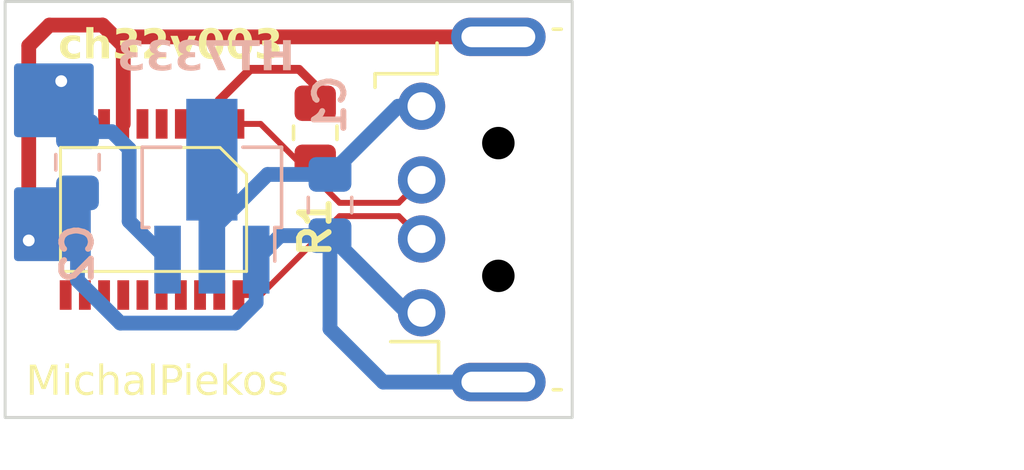
<source format=kicad_pcb>
(kicad_pcb (version 20221018) (generator pcbnew)
  (layers (0 "F.Cu" signal) (31 "B.Cu" signal) (34 "B.Paste" user) (35 "F.Paste" user) (36 "B.SilkS" user "B.Silkscreen") (37 "F.SilkS" user "F.Silkscreen") (38 "B.Mask" user) (39 "F.Mask" user) (44 "Edge.Cuts" user))
  (net 0 "")
  (net 1 "+5V")
  (net 2 "GND")
  (net 3 "+3.3V")
  (net 4 "/USB_D-")
  (net 5 "/DPU")
  (net 21 "/USB_D+")
  (footprint "Resistor_SMD:R_0805_2012Metric_Pad1.20x1.40mm_HandSolder" (layer "F.Cu") (at 133.8 96.85 -90)
    (fp_text reference "R1" (at 3.2 0 90) (layer "F.SilkS") (effects (font (thickness 0.2) bold)))
    (fp_text value "1k5")
    (fp_line (start -0.227064 -0.735) (end 0.227064 -0.735) (stroke (width 0.12)) (layer "F.SilkS"))
    (fp_line (start -0.227064 0.735) (end 0.227064 0.735) (stroke (width 0.12)) (layer "F.SilkS"))
    (pad "1" smd roundrect (at -1 0 270) (size 1.2 1.4) (layers "F.Cu" "F.Paste" "F.Mask") (roundrect_rratio 0.2083333333) (net 5 "/DPU"))
    (pad "2" smd roundrect (at 1 0 270) (size 1.2 1.4) (layers "F.Cu" "F.Paste" "F.Mask") (roundrect_rratio 0.2083333333) (net 4 "/USB_D-"))
  )
  (footprint "Package_SO:SSOP-20_4.4x6.5mm_P0.65mm" (layer "F.Cu") (at 128.274999 99.45 -90)
    (fp_text reference "ch32v003f4p6")
    (fp_text value "~")
    (fp_line (start -2.1 3.1) (end -2.1 -2.3) (stroke (width 0.1)) (layer "F.SilkS"))
    (fp_line (start -2.093362 -2.306638) (end -1.2 -3.2) (stroke (width 0.1)) (layer "F.SilkS"))
    (fp_line (start -1.2 -3.2) (end 2.1 -3.2) (stroke (width 0.1)) (layer "F.SilkS"))
    (fp_line (start 2.1 -3.2) (end 2.1 3.1) (stroke (width 0.1)) (layer "F.SilkS"))
    (fp_line (start 2.1 3.1) (end -2.1 3.1) (stroke (width 0.1)) (layer "F.SilkS"))
    (pad "1" smd rect (at -2.9 -2.925 270) (size 1 0.4) (layers "F.Cu" "F.Paste" "F.Mask") (net 4 "/USB_D-"))
    (pad "2" smd rect (at -2.9 -2.275 270) (size 1 0.4) (layers "F.Cu" "F.Paste" "F.Mask") (net 5 "/DPU"))
    (pad "3" smd rect (at -2.9 -1.625 270) (size 1 0.4) (layers "F.Cu" "F.Paste" "F.Mask"))
    (pad "4" smd rect (at -2.9 -0.975 270) (size 1 0.4) (layers "F.Cu" "F.Paste" "F.Mask"))
    (pad "5" smd rect (at -2.9 -0.325 270) (size 1 0.4) (layers "F.Cu" "F.Paste" "F.Mask"))
    (pad "6" smd rect (at -2.9 0.325 270) (size 1 0.4) (layers "F.Cu" "F.Paste" "F.Mask"))
    (pad "7" smd rect (at -2.9 0.975 270) (size 1 0.4) (layers "F.Cu" "F.Paste" "F.Mask") (net 2 "GND"))
    (pad "8" smd rect (at -2.9 1.625 270) (size 1 0.4) (layers "F.Cu" "F.Paste" "F.Mask"))
    (pad "9" smd rect (at -2.9 2.275 270) (size 1 0.4) (layers "F.Cu" "F.Paste" "F.Mask") (net 3 "+3.3V"))
    (pad "10" smd rect (at -2.9 2.925 270) (size 1 0.4) (layers "F.Cu" "F.Paste" "F.Mask"))
    (pad "11" smd rect (at 2.9 2.925 270) (size 1 0.4) (layers "F.Cu" "F.Paste" "F.Mask"))
    (pad "12" smd rect (at 2.9 2.275 270) (size 1 0.4) (layers "F.Cu" "F.Paste" "F.Mask"))
    (pad "13" smd rect (at 2.9 1.625 270) (size 1 0.4) (layers "F.Cu" "F.Paste" "F.Mask"))
    (pad "14" smd rect (at 2.9 0.975 270) (size 1 0.4) (layers "F.Cu" "F.Paste" "F.Mask"))
    (pad "15" smd rect (at 2.9 0.325 270) (size 1 0.4) (layers "F.Cu" "F.Paste" "F.Mask"))
    (pad "16" smd rect (at 2.9 -0.325 270) (size 1 0.4) (layers "F.Cu" "F.Paste" "F.Mask"))
    (pad "17" smd rect (at 2.9 -0.975 270) (size 1 0.4) (layers "F.Cu" "F.Paste" "F.Mask"))
    (pad "18" smd rect (at 2.9 -1.625 270) (size 1 0.4) (layers "F.Cu" "F.Paste" "F.Mask"))
    (pad "19" smd rect (at 2.9 -2.275 270) (size 1 0.4) (layers "F.Cu" "F.Paste" "F.Mask"))
    (pad "20" smd rect (at 2.9 -2.925 270) (size 1 0.4) (layers "F.Cu" "F.Paste" "F.Mask") (net 21 "/USB_D+"))
  )
  (footprint "michal:USB_A_Horizontal" (layer "F.Cu") (at 148.375 99.45)
    (fp_text reference "J1" hide)
    (fp_text value "USB_A")
    (fp_line (start -12.55 -4.6) (end -12.55 -4.14) (stroke (width 0.12)) (layer "F.SilkS"))
    (fp_line (start -12.55 -4.6) (end -10.45 -4.6) (stroke (width 0.12)) (layer "F.SilkS"))
    (fp_line (start -12.02 4.48) (end -10.4 4.48) (stroke (width 0.12)) (layer "F.SilkS"))
    (fp_line (start -10.45 -5.64) (end -10.45 -4.6) (stroke (width 0.12)) (layer "F.SilkS"))
    (fp_line (start -10.4 4.48) (end -10.4 5.52) (stroke (width 0.12)) (layer "F.SilkS"))
    (fp_line (start -6.515 -6.11) (end -6.245 -6.11) (stroke (width 0.12)) (layer "F.SilkS"))
    (fp_line (start -6.515 6.11) (end -6.245 6.11) (stroke (width 0.12)) (layer "F.SilkS"))
    (pad "" np_thru_hole circle (at -8.375 -2.25) (size 1.1 1.1) (drill 1.1) (layers "*.Mask"))
    (pad "" np_thru_hole circle (at -8.375 2.25) (size 1.1 1.1) (drill 1.1) (layers "*.Mask"))
    (pad "1" thru_hole circle (at -10.975 -3.5) (size 1.6 1.6) (drill 0.95) (layers "*.Cu" "*.Mask") (net 1 "+5V"))
    (pad "2" thru_hole circle (at -10.975 -1) (size 1.6 1.6) (drill 0.95) (layers "*.Cu" "*.Mask") (net 4 "/USB_D-"))
    (pad "3" thru_hole circle (at -10.975 1) (size 1.6 1.6) (drill 0.95) (layers "*.Cu" "*.Mask") (net 21 "/USB_D+"))
    (pad "4" thru_hole circle (at -10.975 3.5) (size 1.6 1.6) (drill 0.95) (layers "*.Cu" "*.Mask") (net 2 "GND"))
    (pad "5" thru_hole oval (at -8.375 -5.85) (size 3.2 1.3) (drill oval 2.5 0.7) (layers "*.Cu" "*.Mask") (net 2 "GND"))
    (pad "5" thru_hole oval (at -8.375 5.85) (size 3.2 1.3) (drill oval 2.5 0.7) (layers "*.Cu" "*.Mask") (net 2 "GND"))
  )
  (footprint "Package_TO_SOT_SMD:SOT-89-3_Handsoldering" (layer "B.Cu") (at 130.3 98.7 90)
    (fp_text reference "U1")
    (fp_text value "HT7333")
    (fp_line (start -2.5 2.13) (end -1.36 2.13) (stroke (width 0.12)) (layer "B.SilkS"))
    (fp_line (start -1.36 -2.36) (end -1.36 -2.13) (stroke (width 0.12)) (layer "B.SilkS"))
    (fp_line (start -1.36 2.36) (end -1.36 2.13) (stroke (width 0.12)) (layer "B.SilkS"))
    (fp_line (start -1.36 2.36) (end 1.36 2.36) (stroke (width 0.12)) (layer "B.SilkS"))
    (fp_line (start 1.36 -2.36) (end -1.36 -2.36) (stroke (width 0.12)) (layer "B.SilkS"))
    (fp_line (start 1.36 -1.05) (end 1.36 -2.36) (stroke (width 0.12)) (layer "B.SilkS"))
    (fp_line (start 1.36 2.36) (end 1.36 1.05) (stroke (width 0.12)) (layer "B.SilkS"))
    (pad "1" smd rect (at -2.45 1.5 90) (size 2.3 0.9) (layers "B.Cu" "B.Paste" "B.Mask") (net 2 "GND"))
    (pad "2" smd custom (at -2.3625 0 90) (size 2.475 0.9) (layers "B.Cu" "B.Paste" "B.Mask") (net 1 "+5V") (options (clearance outline) (anchor rect)) (primitives (gr_poly (pts (xy 5.3625 -0.8665) (xy 1.2375 -0.8665) (xy 1.2375 0.8665) (xy 5.3625 0.8665)) (width 0) (fill yes))))
    (pad "3" smd rect (at -2.45 -1.5 90) (size 2.3 0.9) (layers "B.Cu" "B.Paste" "B.Mask") (net 3 "+3.3V"))
  )
  (footprint "Capacitor_SMD:C_0805_2012Metric_Pad1.18x1.45mm_HandSolder" (layer "B.Cu") (at 134.3 99.3 -90)
    (fp_text reference "C1" (at -3.4 0 90) (layer "B.SilkS") (effects (font (thickness 0.2) bold) (justify mirror)))
    (fp_text value "10u")
    (fp_line (start -0.261252 -0.735) (end 0.261252 -0.735) (stroke (width 0.12)) (layer "B.SilkS"))
    (fp_line (start -0.261252 0.735) (end 0.261252 0.735) (stroke (width 0.12)) (layer "B.SilkS"))
    (pad "1" smd roundrect (at -1.0375 0 270) (size 1.175 1.45) (layers "B.Cu" "B.Paste" "B.Mask") (roundrect_rratio 0.2127659574) (net 1 "+5V"))
    (pad "2" smd roundrect (at 1.0375 0 270) (size 1.175 1.45) (layers "B.Cu" "B.Paste" "B.Mask") (roundrect_rratio 0.2127659574) (net 2 "GND"))
  )
  (footprint "Capacitor_SMD:C_0805_2012Metric_Pad1.18x1.45mm_HandSolder" (layer "B.Cu") (at 125.75 97.85 -90)
    (fp_text reference "C2" (at 3.1 0 90) (layer "B.SilkS") (effects (font (thickness 0.2) bold) (justify mirror)))
    (fp_text value "10u")
    (fp_line (start -0.261252 -0.735) (end 0.261252 -0.735) (stroke (width 0.12)) (layer "B.SilkS"))
    (fp_line (start -0.261252 0.735) (end 0.261252 0.735) (stroke (width 0.12)) (layer "B.SilkS"))
    (pad "1" smd roundrect (at -1.0375 0 270) (size 1.175 1.45) (layers "B.Cu" "B.Paste" "B.Mask") (roundrect_rratio 0.2127659574) (net 3 "+3.3V"))
    (pad "2" smd roundrect (at 1.0375 0 270) (size 1.175 1.45) (layers "B.Cu" "B.Paste" "B.Mask") (roundrect_rratio 0.2127659574) (net 2 "GND"))
  )
  (gr_rect (start 123.3 92.4) (end 142.5 106.5) (stroke (width 0.1)) (fill none) (layer "Edge.Cuts"))
  (gr_text "HT7333" (at 133.1 94.9) (layer "B.SilkS") (effects (font (size 1 1) (thickness 0.2) bold) (justify left bottom mirror)))
  (gr_text "MichalPiekos" (at 124 105.9) (layer "F.SilkS") (effects (font (size 1 1) (thickness 0.125)) (justify left bottom)))
  (gr_text "ch32v003" (at 125.1 94.5) (layer "F.SilkS") (effects (font (size 1 1) (thickness 0.2) bold) (justify left bottom)))
  (segment (start 136.6125 95.95) (end 134.3 98.2625) (width 0.5) (layer "B.Cu") (net 1))
  (segment (start 130.3 100.15) (end 130.3 101.0625) (width 0.5) (layer "B.Cu") (net 1))
  (segment (start 132.1875 98.2625) (end 130.3 100.15) (width 0.5) (layer "B.Cu") (net 1))
  (segment (start 134.3 98.2625) (end 132.1875 98.2625) (width 0.5) (layer "B.Cu") (net 1))
  (segment (start 137.4 95.95) (end 136.6125 95.95) (width 0.5) (layer "B.Cu") (net 1))
  (segment (start 127 93.6) (end 140 93.6) (width 0.5) (layer "F.Cu") (net 2))
  (segment (start 124.8 93.2) (end 124.1 93.9) (width 0.5) (layer "F.Cu") (net 2))
  (segment (start 124.1 93.9) (end 124.1 100.5) (width 0.5) (layer "F.Cu") (net 2))
  (segment (start 127.3 93.9) (end 126.6 93.2) (width 0.5) (layer "F.Cu") (net 2))
  (segment (start 126.6 93.2) (end 124.8 93.2) (width 0.5) (layer "F.Cu") (net 2))
  (segment (start 126.6 93.2) (end 127 93.6) (width 0.5) (layer "F.Cu") (net 2))
  (segment (start 127.299999 96.55) (end 127.3 93.9) (width 0.5) (layer "F.Cu") (net 2))
  (via (at 124.1 100.5) (size 0.8) (drill 0.4) (layers "F.Cu" "B.Cu") (net 2))
  (segment (start 137.4 102.95) (end 136.9125 102.95) (width 0.5) (layer "B.Cu") (net 2))
  (segment (start 136.1 105.3) (end 140 105.3) (width 0.5) (layer "B.Cu") (net 2))
  (segment (start 134.3 103.5) (end 136.1 105.3) (width 0.5) (layer "B.Cu") (net 2))
  (segment (start 134.3 100.3375) (end 132.6125 100.3375) (width 0.5) (layer "B.Cu") (net 2))
  (segment (start 134.3 100.3375) (end 134.3 103.5) (width 0.5) (layer "B.Cu") (net 2))
  (segment (start 125.75 98.8875) (end 125.75 101.85) (width 0.5) (layer "B.Cu") (net 2))
  (segment (start 131.8 102.6) (end 131.8 101.15) (width 0.5) (layer "B.Cu") (net 2))
  (segment (start 125.75 101.85) (end 127.2 103.3) (width 0.5) (layer "B.Cu") (net 2))
  (segment (start 132.6125 100.3375) (end 131.8 101.15) (width 0.5) (layer "B.Cu") (net 2))
  (segment (start 136.9125 102.95) (end 134.3 100.3375) (width 0.5) (layer "B.Cu") (net 2))
  (segment (start 131.1 103.3) (end 131.8 102.6) (width 0.5) (layer "B.Cu") (net 2))
  (segment (start 127.2 103.3) (end 131.1 103.3) (width 0.5) (layer "B.Cu") (net 2))
  (segment (start 125.999999 96.55) (end 125.999999 95.55) (width 0.5) (layer "F.Cu") (net 3))
  (segment (start 125.999999 95.55) (end 125.549999 95.1) (width 0.5) (layer "F.Cu") (net 3))
  (segment (start 125.549999 95.1) (end 125.2 95.1) (width 0.5) (layer "F.Cu") (net 3))
  (via (at 125.2 95.1) (size 0.8) (drill 0.4) (layers "F.Cu" "B.Cu") (net 3))
  (segment (start 128.8 101.15) (end 127.5 99.85) (width 0.5) (layer "B.Cu") (net 3))
  (segment (start 127.5 99.85) (end 127.5 97.4) (width 0.5) (layer "B.Cu") (net 3))
  (segment (start 126.9125 96.8125) (end 125.75 96.8125) (width 0.5) (layer "B.Cu") (net 3))
  (segment (start 127.5 97.4) (end 126.9125 96.8125) (width 0.5) (layer "B.Cu") (net 3))
  (segment (start 131.95 96.55) (end 131.199999 96.55) (width 0.2) (layer "F.Cu") (net 4))
  (segment (start 134.625 99.225) (end 131.95 96.55) (width 0.2) (layer "F.Cu") (net 4))
  (segment (start 136.625 99.225) (end 134.625 99.225) (width 0.2) (layer "F.Cu") (net 4))
  (segment (start 137.4 98.45) (end 136.625 99.225) (width 0.2) (layer "F.Cu") (net 4))
  (segment (start 133.25 94.7) (end 131.599999 94.7) (width 0.3) (layer "F.Cu") (net 5))
  (segment (start 133.8 95.25) (end 133.25 94.7) (width 0.3) (layer "F.Cu") (net 5))
  (segment (start 133.8 95.85) (end 133.8 95.25) (width 0.3) (layer "F.Cu") (net 5))
  (segment (start 131.599999 94.7) (end 130.549999 95.75) (width 0.3) (layer "F.Cu") (net 5))
  (segment (start 130.549999 95.75) (end 130.549999 96.55) (width 0.3) (layer "F.Cu") (net 5))
  (segment (start 134.625 99.675) (end 131.95 102.35) (width 0.2) (layer "F.Cu") (net 21))
  (segment (start 137.4 100.45) (end 136.625 99.675) (width 0.2) (layer "F.Cu") (net 21))
  (segment (start 136.625 99.675) (end 134.625 99.675) (width 0.2) (layer "F.Cu") (net 21))
  (segment (start 131.95 102.35) (end 131.199999 102.35) (width 0.2) (layer "F.Cu") (net 21))
  (zone (net 3) (net_name "+3.3V") (layer "B.Cu") (priority 1) (connect_pads yes (clearance 0.5)) (min_thickness 0.25) (fill yes (thermal_gap 0.5) (thermal_bridge_width 0.5))
    (polygon (pts (xy 123.6 94.5) (xy 126.3 94.5) (xy 126.3 97) (xy 123.6 97)))
  )
  (zone (net 2) (net_name "GND") (layer "B.Cu") (connect_pads yes (clearance 0.5)) (min_thickness 0.25) (fill yes (thermal_gap 0.5) (thermal_bridge_width 0.5))
    (polygon (pts (xy 123.6 98.7) (xy 126.2 98.7) (xy 126.2 101.2) (xy 123.6 101.2)))
  )
)
</source>
